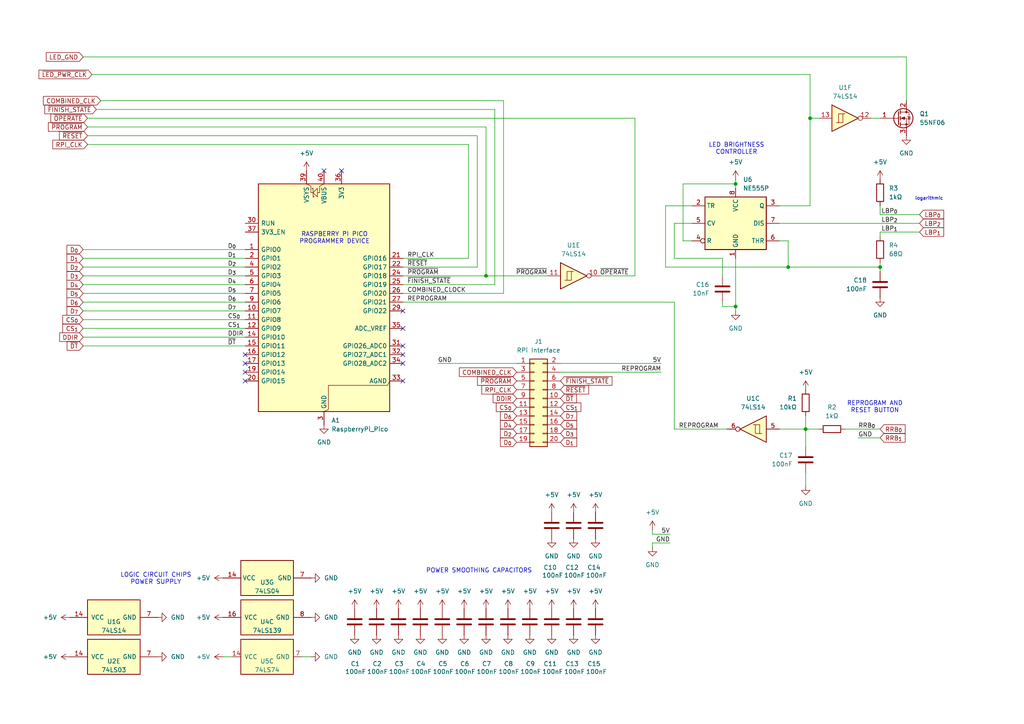
<source format=kicad_sch>
(kicad_sch (version 20250114) (generator "eeschema") (generator_version "9.0")
  (paper "A4")
  (lib_symbols
    (symbol "74xx:74LS03" (pin_names (offset 1.016))
      (property "Reference" "U" (at 0 1.27 0))
      (property "Value" "74LS03" (at 0 -1.27 0))
      (symbol "74LS03_1_1"
        (pin input line (at -7.62 2.54 0) (length 3.81) (name "~") (number "1"))
        (pin input line (at -7.62 -2.54 0) (length 3.81) (name "~") (number "2"))
        (pin open_collector inverted (at 7.62 0 180) (length 3.81) (name "~") (number "3"))
      )
      (symbol "74LS03_1_2"
        (pin input inverted (at -7.62 2.54 0) (length 4.318) (name "~") (number "1"))
        (pin input inverted (at -7.62 -2.54 0) (length 4.318) (name "~") (number "2"))
        (pin open_collector line (at 7.62 0 180) (length 3.81) (name "~") (number "3"))
      )
      (symbol "74LS03_2_1"
        (pin input line (at -7.62 2.54 0) (length 3.81) (name "~") (number "4"))
        (pin input line (at -7.62 -2.54 0) (length 3.81) (name "~") (number "5"))
        (pin open_collector inverted (at 7.62 0 180) (length 3.81) (name "~") (number "6"))
      )
      (symbol "74LS03_2_2"
        (pin input inverted (at -7.62 2.54 0) (length 4.318) (name "~") (number "4"))
        (pin input inverted (at -7.62 -2.54 0) (length 4.318) (name "~") (number "5"))
        (pin open_collector line (at 7.62 0 180) (length 3.81) (name "~") (number "6"))
      )
      (symbol "74LS03_3_1"
        (pin input line (at -7.62 2.54 0) (length 3.81) (name "~") (number "9"))
        (pin input line (at -7.62 -2.54 0) (length 3.81) (name "~") (number "10"))
        (pin open_collector inverted (at 7.62 0 180) (length 3.81) (name "~") (number "8"))
      )
      (symbol "74LS03_3_2"
        (pin input inverted (at -7.62 2.54 0) (length 4.318) (name "~") (number "9"))
        (pin input inverted (at -7.62 -2.54 0) (length 4.318) (name "~") (number "10"))
        (pin open_collector line (at 7.62 0 180) (length 3.81) (name "~") (number "8"))
      )
      (symbol "74LS03_4_1"
        (pin input line (at -7.62 2.54 0) (length 3.81) (name "~") (number "12"))
        (pin input line (at -7.62 -2.54 0) (length 3.81) (name "~") (number "13"))
        (pin open_collector inverted (at 7.62 0 180) (length 3.81) (name "~") (number "11"))
      )
      (symbol "74LS03_4_2"
        (pin input inverted (at -7.62 2.54 0) (length 4.318) (name "~") (number "12"))
        (pin input inverted (at -7.62 -2.54 0) (length 4.318) (name "~") (number "13"))
        (pin open_collector line (at 7.62 0 180) (length 3.81) (name "~") (number "11"))
      )
      (symbol "74LS03_5_0"
        (pin power_in line (at 0 12.7 270) (length 5.08) (name "VCC") (number "14"))
        (pin power_in line (at 0 -12.7 90) (length 5.08) (name "GND") (number "7"))
      )
    )
    (symbol "74xx:74LS04"
      (property "Reference" "U" (at 0 1.27 0))
      (property "Value" "74LS04" (at 0 -1.27 0))
      (symbol "74LS04_1_0"
        (pin input line (at -7.62 0 0) (length 3.81) (name "~") (number "1"))
        (pin output inverted (at 7.62 0 180) (length 3.81) (name "~") (number "2"))
      )
      (symbol "74LS04_2_0"
        (pin input line (at -7.62 0 0) (length 3.81) (name "~") (number "3"))
        (pin output inverted (at 7.62 0 180) (length 3.81) (name "~") (number "4"))
      )
      (symbol "74LS04_3_0"
        (pin input line (at -7.62 0 0) (length 3.81) (name "~") (number "5"))
        (pin output inverted (at 7.62 0 180) (length 3.81) (name "~") (number "6"))
      )
      (symbol "74LS04_4_0"
        (pin input line (at -7.62 0 0) (length 3.81) (name "~") (number "9"))
        (pin output inverted (at 7.62 0 180) (length 3.81) (name "~") (number "8"))
      )
      (symbol "74LS04_5_0"
        (pin input line (at -7.62 0 0) (length 3.81) (name "~") (number "11"))
        (pin output inverted (at 7.62 0 180) (length 3.81) (name "~") (number "10"))
      )
      (symbol "74LS04_6_0"
        (pin input line (at -7.62 0 0) (length 3.81) (name "~") (number "13"))
        (pin output inverted (at 7.62 0 180) (length 3.81) (name "~") (number "12"))
      )
      (symbol "74LS04_7_0"
        (pin power_in line (at 0 12.7 270) (length 5.08) (name "VCC") (number "14"))
        (pin power_in line (at 0 -12.7 90) (length 5.08) (name "GND") (number "7"))
      )
    )
    (symbol "74xx:74LS139" (pin_names (offset 1.016))
      (property "Reference" "U" (at -7.62 8.89 0))
      (property "Value" "74LS139" (at -7.62 -8.89 0))
      (symbol "74LS139_1_0"
        (pin input line (at -12.7 2.54 0) (length 5.08) (name "A1") (number "3"))
        (pin input line (at -12.7 0 0) (length 5.08) (name "A0") (number "2"))
        (pin input inverted (at -12.7 -5.08 0) (length 5.08) (name "E") (number "1"))
        (pin output inverted (at 12.7 2.54 180) (length 5.08) (name "O0") (number "4"))
        (pin output inverted (at 12.7 0 180) (length 5.08) (name "O1") (number "5"))
        (pin output inverted (at 12.7 -2.54 180) (length 5.08) (name "O2") (number "6"))
        (pin output inverted (at 12.7 -5.08 180) (length 5.08) (name "O3") (number "7"))
      )
      (symbol "74LS139_2_0"
        (pin input line (at -12.7 2.54 0) (length 5.08) (name "A1") (number "13"))
        (pin input line (at -12.7 0 0) (length 5.08) (name "A0") (number "14"))
        (pin input inverted (at -12.7 -5.08 0) (length 5.08) (name "E") (number "15"))
        (pin output inverted (at 12.7 2.54 180) (length 5.08) (name "O0") (number "12"))
        (pin output inverted (at 12.7 0 180) (length 5.08) (name "O1") (number "11"))
        (pin output inverted (at 12.7 -2.54 180) (length 5.08) (name "O2") (number "10"))
        (pin output inverted (at 12.7 -5.08 180) (length 5.08) (name "O3") (number "9"))
      )
      (symbol "74LS139_3_0"
        (pin power_in line (at 0 12.7 270) (length 5.08) (name "VCC") (number "16"))
        (pin power_in line (at 0 -12.7 90) (length 5.08) (name "GND") (number "8"))
      )
    )
    (symbol "74xx:74LS14" (pin_names (offset 1.016))
      (property "Reference" "U" (at 0 1.27 0))
      (property "Value" "74LS14" (at 0 -1.27 0))
      (symbol "74LS14_1_0"
        (pin input line (at -7.62 0 0) (length 3.81) (name "~") (number "1"))
        (pin output inverted (at 7.62 0 180) (length 3.81) (name "~") (number "2"))
      )
      (symbol "74LS14_2_0"
        (pin input line (at -7.62 0 0) (length 3.81) (name "~") (number "3"))
        (pin output inverted (at 7.62 0 180) (length 3.81) (name "~") (number "4"))
      )
      (symbol "74LS14_3_0"
        (pin input line (at -7.62 0 0) (length 3.81) (name "~") (number "5"))
        (pin output inverted (at 7.62 0 180) (length 3.81) (name "~") (number "6"))
      )
      (symbol "74LS14_4_0"
        (pin input line (at -7.62 0 0) (length 3.81) (name "~") (number "9"))
        (pin output inverted (at 7.62 0 180) (length 3.81) (name "~") (number "8"))
      )
      (symbol "74LS14_5_0"
        (pin input line (at -7.62 0 0) (length 3.81) (name "~") (number "11"))
        (pin output inverted (at 7.62 0 180) (length 3.81) (name "~") (number "10"))
      )
      (symbol "74LS14_6_0"
        (pin input line (at -7.62 0 0) (length 3.81) (name "~") (number "13"))
        (pin output inverted (at 7.62 0 180) (length 3.81) (name "~") (number "12"))
      )
      (symbol "74LS14_7_0"
        (pin power_in line (at 0 12.7 270) (length 5.08) (name "VCC") (number "14"))
        (pin power_in line (at 0 -12.7 90) (length 5.08) (name "GND") (number "7"))
      )
    )
    (symbol "74xx:74LS74" (pin_names (offset 1.016))
      (property "Reference" "U" (at -7.62 8.89 0))
      (property "Value" "74LS74" (at -7.62 -8.89 0))
      (symbol "74LS74_1_0"
        (pin input line (at -7.62 2.54 0) (length 2.54) (name "D") (number "2"))
        (pin input clock (at -7.62 0 0) (length 2.54) (name "C") (number "3"))
        (pin input line (at 0 7.62 270) (length 2.54) (name "~{S}") (number "4"))
        (pin input line (at 0 -7.62 90) (length 2.54) (name "~{R}") (number "1"))
        (pin output line (at 7.62 2.54 180) (length 2.54) (name "Q") (number "5"))
        (pin output line (at 7.62 -2.54 180) (length 2.54) (name "~{Q}") (number "6"))
      )
      (symbol "74LS74_2_0"
        (pin input line (at -7.62 2.54 0) (length 2.54) (name "D") (number "12"))
        (pin input clock (at -7.62 0 0) (length 2.54) (name "C") (number "11"))
        (pin input line (at 0 7.62 270) (length 2.54) (name "~{S}") (number "10"))
        (pin input line (at 0 -7.62 90) (length 2.54) (name "~{R}") (number "13"))
        (pin output line (at 7.62 2.54 180) (length 2.54) (name "Q") (number "9"))
        (pin output line (at 7.62 -2.54 180) (length 2.54) (name "~{Q}") (number "8"))
      )
      (symbol "74LS74_3_0"
        (pin power_in line (at 0 10.16 270) (length 2.54) (name "VCC") (number "14"))
        (pin power_in line (at 0 -10.16 90) (length 2.54) (name "GND") (number "7"))
      )
    )
    (symbol "Connector_Generic:Conn_02x10_Odd_Even" (pin_names (offset 1.016) (hide yes))
      (property "Reference" "J" (at 1.27 12.7 0))
      (property "Value" "Conn_02x10_Odd_Even" (at 1.27 -15.24 0))
      (symbol "Conn_02x10_Odd_Even_1_1"
        (pin passive line (at -5.08 10.16 0) (length 3.81) (name "Pin_1") (number "1"))
        (pin passive line (at -5.08 7.62 0) (length 3.81) (name "Pin_3") (number "3"))
        (pin passive line (at -5.08 5.08 0) (length 3.81) (name "Pin_5") (number "5"))
        (pin passive line (at -5.08 2.54 0) (length 3.81) (name "Pin_7") (number "7"))
        (pin passive line (at -5.08 0 0) (length 3.81) (name "Pin_9") (number "9"))
        (pin passive line (at -5.08 -2.54 0) (length 3.81) (name "Pin_11") (number "11"))
        (pin passive line (at -5.08 -5.08 0) (length 3.81) (name "Pin_13") (number "13"))
        (pin passive line (at -5.08 -7.62 0) (length 3.81) (name "Pin_15") (number "15"))
        (pin passive line (at -5.08 -10.16 0) (length 3.81) (name "Pin_17") (number "17"))
        (pin passive line (at -5.08 -12.7 0) (length 3.81) (name "Pin_19") (number "19"))
        (pin passive line (at 7.62 10.16 180) (length 3.81) (name "Pin_2") (number "2"))
        (pin passive line (at 7.62 7.62 180) (length 3.81) (name "Pin_4") (number "4"))
        (pin passive line (at 7.62 5.08 180) (length 3.81) (name "Pin_6") (number "6"))
        (pin passive line (at 7.62 2.54 180) (length 3.81) (name "Pin_8") (number "8"))
        (pin passive line (at 7.62 0 180) (length 3.81) (name "Pin_10") (number "10"))
        (pin passive line (at 7.62 -2.54 180) (length 3.81) (name "Pin_12") (number "12"))
        (pin passive line (at 7.62 -5.08 180) (length 3.81) (name "Pin_14") (number "14"))
        (pin passive line (at 7.62 -7.62 180) (length 3.81) (name "Pin_16") (number "16"))
        (pin passive line (at 7.62 -10.16 180) (length 3.81) (name "Pin_18") (number "18"))
        (pin passive line (at 7.62 -12.7 180) (length 3.81) (name "Pin_20") (number "20"))
      )
    )
    (symbol "Device:C" (pin_numbers (hide yes)) (pin_names (offset 0.254))
      (property "Reference" "C" (at 0.635 2.54 0))
      (property "Value" "C" (at 0.635 -2.54 0))
      (symbol "C_1_1"
        (pin passive line (at 0 3.81 270) (length 2.794) (name "~") (number "1"))
        (pin passive line (at 0 -3.81 90) (length 2.794) (name "~") (number "2"))
      )
    )
    (symbol "Device:R" (pin_numbers (hide yes)) (pin_names (offset 0))
      (property "Reference" "R" (at 2.032 0 90))
      (property "Value" "R" (at 0 0 90))
      (symbol "R_1_1"
        (pin passive line (at 0 3.81 270) (length 1.27) (name "~") (number "1"))
        (pin passive line (at 0 -3.81 90) (length 1.27) (name "~") (number "2"))
      )
    )
    (symbol "MCU_Module:RaspberryPi_Pico" (pin_names (offset 0.762))
      (property "Reference" "A" (at -19.05 35.56 0))
      (property "Value" "RaspberryPi_Pico" (at 7.62 35.56 0))
      (symbol "RaspberryPi_Pico_1_1"
        (pin passive line (at -22.86 22.86 0) (length 3.81) (name "RUN") (number "30"))
        (pin passive line (at -22.86 20.32 0) (length 3.81) (name "3V3_EN") (number "37"))
        (pin bidirectional line (at -22.86 15.24 0) (length 3.81) (name "GPIO0") (number "1"))
        (pin bidirectional line (at -22.86 12.7 0) (length 3.81) (name "GPIO1") (number "2"))
        (pin bidirectional line (at -22.86 10.16 0) (length 3.81) (name "GPIO2") (number "4"))
        (pin bidirectional line (at -22.86 7.62 0) (length 3.81) (name "GPIO3") (number "5"))
        (pin bidirectional line (at -22.86 5.08 0) (length 3.81) (name "GPIO4") (number "6"))
        (pin bidirectional line (at -22.86 2.54 0) (length 3.81) (name "GPIO5") (number "7"))
        (pin bidirectional line (at -22.86 0 0) (length 3.81) (name "GPIO6") (number "9"))
        (pin bidirectional line (at -22.86 -2.54 0) (length 3.81) (name "GPIO7") (number "10"))
        (pin bidirectional line (at -22.86 -5.08 0) (length 3.81) (name "GPIO8") (number "11"))
        (pin bidirectional line (at -22.86 -7.62 0) (length 3.81) (name "GPIO9") (number "12"))
        (pin bidirectional line (at -22.86 -10.16 0) (length 3.81) (name "GPIO10") (number "14"))
        (pin bidirectional line (at -22.86 -12.7 0) (length 3.81) (name "GPIO11") (number "15"))
        (pin bidirectional line (at -22.86 -15.24 0) (length 3.81) (name "GPIO12") (number "16"))
        (pin bidirectional line (at -22.86 -17.78 0) (length 3.81) (name "GPIO13") (number "17"))
        (pin bidirectional line (at -22.86 -20.32 0) (length 3.81) (name "GPIO14") (number "19"))
        (pin bidirectional line (at -22.86 -22.86 0) (length 3.81) (name "GPIO15") (number "20"))
        (pin power_in line (at -5.08 38.1 270) (length 3.81) (name "VSYS") (number "39"))
        (pin power_out line (at 0 38.1 270) (length 3.81) (name "VBUS") (number "40"))
        (pin passive line (at 0 -35.56 90) (length 3.81) (hide yes) (name "GND") (number "13"))
        (pin passive line (at 0 -35.56 90) (length 3.81) (hide yes) (name "GND") (number "18"))
        (pin passive line (at 0 -35.56 90) (length 3.81) (hide yes) (name "GND") (number "23"))
        (pin passive line (at 0 -35.56 90) (length 3.81) (hide yes) (name "GND") (number "28"))
        (pin power_out line (at 0 -35.56 90) (length 3.81) (name "GND") (number "3"))
        (pin passive line (at 0 -35.56 90) (length 3.81) (hide yes) (name "GND") (number "38"))
        (pin passive line (at 0 -35.56 90) (length 3.81) (hide yes) (name "GND") (number "8"))
        (pin power_out line (at 5.08 38.1 270) (length 3.81) (name "3V3") (number "36"))
        (pin bidirectional line (at 22.86 12.7 180) (length 3.81) (name "GPIO16") (number "21"))
        (pin bidirectional line (at 22.86 10.16 180) (length 3.81) (name "GPIO17") (number "22"))
        (pin bidirectional line (at 22.86 7.62 180) (length 3.81) (name "GPIO18") (number "24"))
        (pin bidirectional line (at 22.86 5.08 180) (length 3.81) (name "GPIO19") (number "25"))
        (pin bidirectional line (at 22.86 2.54 180) (length 3.81) (name "GPIO20") (number "26"))
        (pin bidirectional line (at 22.86 0 180) (length 3.81) (name "GPIO21") (number "27"))
        (pin bidirectional line (at 22.86 -2.54 180) (length 3.81) (name "GPIO22") (number "29"))
        (pin power_in line (at 22.86 -7.62 180) (length 3.81) (name "ADC_VREF") (number "35"))
        (pin bidirectional line (at 22.86 -12.7 180) (length 3.81) (name "GPIO26_ADC0") (number "31"))
        (pin bidirectional line (at 22.86 -15.24 180) (length 3.81) (name "GPIO27_ADC1") (number "32"))
        (pin bidirectional line (at 22.86 -17.78 180) (length 3.81) (name "GPIO28_ADC2") (number "34"))
        (pin power_out line (at 22.86 -22.86 180) (length 3.81) (name "AGND") (number "33"))
      )
    )
    (symbol "Timer:NE555P"
      (property "Reference" "U" (at -10.16 8.89 0))
      (property "Value" "NE555P" (at 2.54 8.89 0))
      (symbol "NE555P_0_0"
        (pin power_in line (at 0 10.16 270) (length 2.54) (name "VCC") (number "8"))
        (pin power_in line (at 0 -10.16 90) (length 2.54) (name "GND") (number "1"))
      )
      (symbol "NE555P_1_1"
        (pin input line (at -12.7 5.08 0) (length 3.81) (name "TR") (number "2"))
        (pin input line (at -12.7 0 0) (length 3.81) (name "CV") (number "5"))
        (pin input inverted (at -12.7 -5.08 0) (length 3.81) (name "R") (number "4"))
        (pin output line (at 12.7 5.08 180) (length 3.81) (name "Q") (number "3"))
        (pin input line (at 12.7 0 180) (length 3.81) (name "DIS") (number "7"))
        (pin input line (at 12.7 -5.08 180) (length 3.81) (name "THR") (number "6"))
      )
    )
    (symbol "Transistor_FET:BSP89" (pin_names (hide yes))
      (property "Reference" "Q" (at 5.08 1.905 0))
      (property "Value" "BSP89" (at 5.08 0 0))
      (symbol "BSP89_1_1"
        (pin input line (at -5.08 0 0) (length 2.54) (name "G") (number "1"))
        (pin passive line (at 2.54 5.08 270) (length 2.54) (name "D") (number "2"))
        (pin passive line (at 2.54 -5.08 90) (length 2.54) (name "S") (number "3"))
      )
    )
    (symbol "power:+5V" (power) (pin_numbers (hide yes)) (pin_names (offset 0) (hide yes))
      (property "Value" "+5V" (at 0 3.556 0))
      (symbol "+5V_1_1"
        (pin power_in line (at 0 0 90) (length 0) (name "~") (number "1"))
      )
    )
    (symbol "power:GND" (power) (pin_numbers (hide yes)) (pin_names (offset 0) (hide yes))
      (property "Value" "GND" (at 0 -3.81 0))
      (symbol "GND_1_1"
        (pin power_in line (at 0 0 270) (length 0) (name "~") (number "1"))
      )
    )
  )
  (text "RASPBERRY PI PICO\nPROGRAMMER DEVICE" (at 97.028 69.088 0) (effects (font (size 1.27 1.27))))
  (text "LOGIC CIRCUIT CHIPS\nPOWER SUPPLY" (at 45.212 167.894 0) (effects (font (size 1.27 1.27))))
  (text "REPROGRAM AND\nRESET BUTTON" (at 253.746 118.11 0) (effects (font (size 1.27 1.27))))
  (text "POWER SMOOTHING CAPACITORS" (at 138.938 165.608 0) (effects (font (size 1.27 1.27))))
  (text "logarithmic" (at 269.494 57.658 0) (effects (font (size 0.9525 0.9525))))
  (text "LED BRIGHTNESS\nCONTROLLER" (at 213.614 43.18 0) (effects (font (size 1.27 1.27))))
  (junction (at 213.36 88.9))
  (junction (at 233.68 124.46))
  (junction (at 255.27 77.47))
  (junction (at 228.6 77.47))
  (junction (at 140.97 80.01))
  (junction (at 234.95 34.29))
  (junction (at 213.36 53.34))
  (no_connect (at 116.84 90.17))
  (no_connect (at 344.17 153.67))
  (no_connect (at 116.84 105.41))
  (no_connect (at 71.12 102.87))
  (no_connect (at 116.84 110.49))
  (no_connect (at 71.12 107.95))
  (no_connect (at 116.84 100.33))
  (no_connect (at 71.12 110.49))
  (no_connect (at 71.12 105.41))
  (no_connect (at 99.06 49.53))
  (no_connect (at 344.17 151.13))
  (no_connect (at 116.84 95.25))
  (no_connect (at 344.17 158.75))
  (no_connect (at 344.17 156.21))
  (no_connect (at 93.98 49.53))
  (no_connect (at 116.84 102.87))
  (wire (pts (xy 234.95 34.29) (xy 237.49 34.29)))
  (wire (pts (xy 116.84 82.55) (xy 143.51 82.55)))
  (wire (pts (xy 26.67 21.59) (xy 234.95 21.59)))
  (wire (pts (xy 255.27 59.69) (xy 255.27 62.23)))
  (wire (pts (xy 173.99 80.01) (xy 184.15 80.01)))
  (wire (pts (xy 255.27 77.47) (xy 255.27 78.74)))
  (wire (pts (xy 189.23 153.67) (xy 189.23 154.94)))
  (wire (pts (xy 228.6 69.85) (xy 226.06 69.85)))
  (wire (pts (xy 24.13 95.25) (xy 71.12 95.25)))
  (wire (pts (xy 24.13 87.63) (xy 71.12 87.63)))
  (wire (pts (xy 135.89 41.91) (xy 135.89 74.93)))
  (wire (pts (xy 189.23 154.94) (xy 194.31 154.94)))
  (wire (pts (xy 233.68 137.16) (xy 233.68 140.97)))
  (wire (pts (xy 200.66 69.85) (xy 198.12 69.85)))
  (wire (pts (xy 318.77 158.75) (xy 313.69 158.75)))
  (wire (pts (xy 226.06 64.77) (xy 266.7 64.77)))
  (wire (pts (xy 184.15 34.29) (xy 184.15 80.01)))
  (wire (pts (xy 213.36 52.07) (xy 213.36 53.34)))
  (wire (pts (xy 198.12 69.85) (xy 198.12 53.34)))
  (wire (pts (xy 138.43 77.47) (xy 138.43 39.37)))
  (wire (pts (xy 198.12 53.34) (xy 213.36 53.34)))
  (wire (pts (xy 189.23 157.48) (xy 189.23 158.75)))
  (wire (pts (xy 193.04 77.47) (xy 228.6 77.47)))
  (wire (pts (xy 255.27 62.23) (xy 266.7 62.23)))
  (wire (pts (xy 228.6 77.47) (xy 255.27 77.47)))
  (wire (pts (xy 24.13 77.47) (xy 71.12 77.47)))
  (wire (pts (xy 162.56 105.41) (xy 191.77 105.41)))
  (wire (pts (xy 64.77 190.5) (xy 67.31 190.5)))
  (wire (pts (xy 213.36 88.9) (xy 213.36 74.93)))
  (wire (pts (xy 25.4 36.83) (xy 140.97 36.83)))
  (wire (pts (xy 140.97 80.01) (xy 158.75 80.01)))
  (wire (pts (xy 255.27 124.46) (xy 245.11 124.46)))
  (wire (pts (xy 200.66 64.77) (xy 195.58 64.77)))
  (wire (pts (xy 213.36 53.34) (xy 213.36 54.61)))
  (wire (pts (xy 24.13 82.55) (xy 71.12 82.55)))
  (wire (pts (xy 233.68 124.46) (xy 233.68 129.54)))
  (wire (pts (xy 116.84 74.93) (xy 135.89 74.93)))
  (wire (pts (xy 24.13 74.93) (xy 71.12 74.93)))
  (wire (pts (xy 143.51 31.75) (xy 143.51 82.55)))
  (wire (pts (xy 162.56 107.95) (xy 191.77 107.95)))
  (wire (pts (xy 24.13 90.17) (xy 71.12 90.17)))
  (wire (pts (xy 318.77 151.13) (xy 313.69 151.13)))
  (wire (pts (xy 24.13 100.33) (xy 71.12 100.33)))
  (wire (pts (xy 24.13 80.01) (xy 71.12 80.01)))
  (wire (pts (xy 255.27 127) (xy 248.92 127)))
  (wire (pts (xy 24.13 85.09) (xy 71.12 85.09)))
  (wire (pts (xy 195.58 64.77) (xy 195.58 74.93)))
  (wire (pts (xy 234.95 59.69) (xy 234.95 34.29)))
  (wire (pts (xy 24.13 72.39) (xy 71.12 72.39)))
  (wire (pts (xy 116.84 77.47) (xy 138.43 77.47)))
  (wire (pts (xy 226.06 59.69) (xy 234.95 59.69)))
  (wire (pts (xy 195.58 87.63) (xy 195.58 124.46)))
  (wire (pts (xy 116.84 80.01) (xy 140.97 80.01)))
  (wire (pts (xy 189.23 157.48) (xy 194.31 157.48)))
  (wire (pts (xy 213.36 90.17) (xy 213.36 88.9)))
  (wire (pts (xy 237.49 124.46) (xy 233.68 124.46)))
  (wire (pts (xy 24.13 92.71) (xy 71.12 92.71)))
  (wire (pts (xy 27.94 31.75) (xy 143.51 31.75)))
  (wire (pts (xy 25.4 34.29) (xy 184.15 34.29)))
  (wire (pts (xy 116.84 85.09) (xy 146.05 85.09)))
  (wire (pts (xy 195.58 124.46) (xy 210.82 124.46)))
  (wire (pts (xy 262.89 16.51) (xy 262.89 29.21)))
  (wire (pts (xy 255.27 76.2) (xy 255.27 77.47)))
  (wire (pts (xy 24.13 97.79) (xy 71.12 97.79)))
  (wire (pts (xy 209.55 87.63) (xy 209.55 88.9)))
  (wire (pts (xy 146.05 29.21) (xy 146.05 85.09)))
  (wire (pts (xy 233.68 124.46) (xy 226.06 124.46)))
  (wire (pts (xy 233.68 120.65) (xy 233.68 124.46)))
  (wire (pts (xy 255.27 67.31) (xy 266.7 67.31)))
  (wire (pts (xy 127 105.41) (xy 149.86 105.41)))
  (wire (pts (xy 252.73 34.29) (xy 255.27 34.29)))
  (wire (pts (xy 318.77 153.67) (xy 313.69 153.67)))
  (wire (pts (xy 228.6 77.47) (xy 228.6 69.85)))
  (wire (pts (xy 200.66 59.69) (xy 193.04 59.69)))
  (wire (pts (xy 140.97 36.83) (xy 140.97 80.01)))
  (wire (pts (xy 234.95 21.59) (xy 234.95 34.29)))
  (wire (pts (xy 255.27 68.58) (xy 255.27 67.31)))
  (wire (pts (xy 116.84 87.63) (xy 195.58 87.63)))
  (wire (pts (xy 209.55 80.01) (xy 209.55 74.93)))
  (wire (pts (xy 87.63 190.5) (xy 90.17 190.5)))
  (wire (pts (xy 29.21 29.21) (xy 146.05 29.21)))
  (wire (pts (xy 209.55 88.9) (xy 213.36 88.9)))
  (wire (pts (xy 24.13 16.51) (xy 262.89 16.51)))
  (wire (pts (xy 195.58 74.93) (xy 209.55 74.93)))
  (wire (pts (xy 25.4 41.91) (xy 135.89 41.91)))
  (wire (pts (xy 193.04 59.69) (xy 193.04 77.47)))
  (wire (pts (xy 25.4 39.37) (xy 138.43 39.37)))
  (label "RPI_CLK" (at 118.11 74.93 0))
  (label "5V" (at 194.31 154.94 180))
  (label "REPROGRAM" (at 118.11 87.63 0))
  (label "REPROGRAM" (at 191.77 107.95 180))
  (label "~{PROGRAM}" (at 158.75 80.01 180))
  (label "5V" (at 313.69 151.13 0))
  (label "~{OPERATE}" (at 173.99 80.01 0))
  (label "5V" (at 191.77 105.41 180))
  (label "~{DT}" (at 66.04 100.33 0))
  (label "5V" (at 313.69 158.75 0))
  (label "D_{5}" (at 66.04 85.09 0))
  (label "LBP_{1}" (at 260.35 67.31 180))
  (label "D_{3}" (at 66.04 80.01 0))
  (label "COMBINED_CLOCK" (at 118.11 85.09 0))
  (label "~{RESET}" (at 118.11 77.47 0))
  (label "REPROGRAM" (at 196.85 124.46 0))
  (label "D_{0}" (at 66.04 72.39 0))
  (label "CS_{1}" (at 66.04 95.25 0))
  (label "D_{6}" (at 66.04 87.63 0))
  (label "DDIR" (at 66.04 97.79 0))
  (label "~{FINISH_STATE}" (at 118.11 82.55 0))
  (label "CS_{0}" (at 66.04 92.71 0))
  (label "5V" (at 313.69 153.67 0))
  (label "D_{4}" (at 66.04 82.55 0))
  (label "D_{2}" (at 66.04 77.47 0))
  (label "GND" (at 194.31 157.48 180))
  (label "RRB_{0}" (at 248.92 124.46 0))
  (label "GND" (at 248.92 127 0))
  (label "D_{7}" (at 66.04 90.17 0))
  (label "LBP_{2}" (at 260.35 64.77 180))
  (label "LBP_{0}" (at 260.35 62.23 180))
  (label "D_{1}" (at 66.04 74.93 0))
  (label "GND" (at 127 105.41 0))
  (label "~{PROGRAM}" (at 118.11 80.01 0))
  (global_label "COMBINED_CLK" (shape input) (at 149.86 107.95 180) (property "Intersheetrefs" "${INTERSHEET_REFS}" (effects (hide yes))))
  (global_label "~{DT}" (shape input) (at 162.56 115.57 0) (property "Intersheetrefs" "${INTERSHEET_REFS}" (effects (hide yes))))
  (global_label "~{PROGRAM}" (shape input) (at 25.4 36.83 180) (property "Intersheetrefs" "${INTERSHEET_REFS}" (effects (hide yes))))
  (global_label "~{LED_PWR_CLK}" (shape input) (at 26.67 21.59 180) (property "Intersheetrefs" "${INTERSHEET_REFS}" (effects (hide yes))))
  (global_label "~{FINISH_STATE}" (shape input) (at 162.56 110.49 0) (property "Intersheetrefs" "${INTERSHEET_REFS}" (effects (hide yes))))
  (global_label "DDIR" (shape input) (at 24.13 97.79 180) (property "Intersheetrefs" "${INTERSHEET_REFS}" (effects (hide yes))))
  (global_label "D_{7}" (shape input) (at 24.13 90.17 180) (property "Intersheetrefs" "${INTERSHEET_REFS}" (effects (hide yes))))
  (global_label "D_{5}" (shape input) (at 24.13 85.09 180) (property "Intersheetrefs" "${INTERSHEET_REFS}" (effects (hide yes))))
  (global_label "D_{0}" (shape input) (at 149.86 128.27 180) (property "Intersheetrefs" "${INTERSHEET_REFS}" (effects (hide yes))))
  (global_label "LED_GND" (shape input) (at 24.13 16.51 180) (property "Intersheetrefs" "${INTERSHEET_REFS}" (effects (hide yes))))
  (global_label "RPI_CLK" (shape input) (at 25.4 41.91 180) (property "Intersheetrefs" "${INTERSHEET_REFS}" (effects (hide yes))))
  (global_label "~{RESET}" (shape input) (at 25.4 39.37 180) (property "Intersheetrefs" "${INTERSHEET_REFS}" (effects (hide yes))))
  (global_label "D_{0}" (shape input) (at 24.13 72.39 180) (property "Intersheetrefs" "${INTERSHEET_REFS}" (effects (hide yes))))
  (global_label "LBP_{1}" (shape input) (at 266.7 67.31 0) (property "Intersheetrefs" "${INTERSHEET_REFS}" (effects (hide yes))))
  (global_label "D_{2}" (shape input) (at 24.13 77.47 180) (property "Intersheetrefs" "${INTERSHEET_REFS}" (effects (hide yes))))
  (global_label "D_{3}" (shape input) (at 24.13 80.01 180) (property "Intersheetrefs" "${INTERSHEET_REFS}" (effects (hide yes))))
  (global_label "CS_{1}" (shape input) (at 162.56 118.11 0) (property "Intersheetrefs" "${INTERSHEET_REFS}" (effects (hide yes))))
  (global_label "D_{4}" (shape input) (at 24.13 82.55 180) (property "Intersheetrefs" "${INTERSHEET_REFS}" (effects (hide yes))))
  (global_label "D_{3}" (shape input) (at 162.56 125.73 0) (property "Intersheetrefs" "${INTERSHEET_REFS}" (effects (hide yes))))
  (global_label "D_{2}" (shape input) (at 149.86 125.73 180) (property "Intersheetrefs" "${INTERSHEET_REFS}" (effects (hide yes))))
  (global_label "~{OPERATE}" (shape input) (at 25.4 34.29 180) (property "Intersheetrefs" "${INTERSHEET_REFS}" (effects (hide yes))))
  (global_label "~{RESET}" (shape input) (at 162.56 113.03 0) (property "Intersheetrefs" "${INTERSHEET_REFS}" (effects (hide yes))))
  (global_label "~{PROGRAM}" (shape input) (at 149.86 110.49 180) (property "Intersheetrefs" "${INTERSHEET_REFS}" (effects (hide yes))))
  (global_label "~{FINISH_STATE}" (shape input) (at 27.94 31.75 180) (property "Intersheetrefs" "${INTERSHEET_REFS}" (effects (hide yes))))
  (global_label "~{DT}" (shape input) (at 24.13 100.33 180) (property "Intersheetrefs" "${INTERSHEET_REFS}" (effects (hide yes))))
  (global_label "D_{6}" (shape input) (at 24.13 87.63 180) (property "Intersheetrefs" "${INTERSHEET_REFS}" (effects (hide yes))))
  (global_label "RRB_{0}" (shape input) (at 255.27 124.46 0) (property "Intersheetrefs" "${INTERSHEET_REFS}" (effects (hide yes))))
  (global_label "LBP_{0}" (shape input) (at 266.7 62.23 0) (property "Intersheetrefs" "${INTERSHEET_REFS}" (effects (hide yes))))
  (global_label "LBP_{2}" (shape input) (at 266.7 64.77 0) (property "Intersheetrefs" "${INTERSHEET_REFS}" (effects (hide yes))))
  (global_label "RRB_{1}" (shape input) (at 255.27 127 0) (property "Intersheetrefs" "${INTERSHEET_REFS}" (effects (hide yes))))
  (global_label "D_{4}" (shape input) (at 149.86 123.19 180) (property "Intersheetrefs" "${INTERSHEET_REFS}" (effects (hide yes))))
  (global_label "D_{6}" (shape input) (at 149.86 120.65 180) (property "Intersheetrefs" "${INTERSHEET_REFS}" (effects (hide yes))))
  (global_label "CS_{0}" (shape input) (at 24.13 92.71 180) (property "Intersheetrefs" "${INTERSHEET_REFS}" (effects (hide yes))))
  (global_label "CS_{0}" (shape input) (at 149.86 118.11 180) (property "Intersheetrefs" "${INTERSHEET_REFS}" (effects (hide yes))))
  (global_label "RPI_CLK" (shape input) (at 149.86 113.03 180) (property "Intersheetrefs" "${INTERSHEET_REFS}" (effects (hide yes))))
  (global_label "COMBINED_CLK" (shape input) (at 29.21 29.21 180) (property "Intersheetrefs" "${INTERSHEET_REFS}" (effects (hide yes))))
  (global_label "D_{7}" (shape input) (at 162.56 120.65 0) (property "Intersheetrefs" "${INTERSHEET_REFS}" (effects (hide yes))))
  (global_label "CS_{1}" (shape input) (at 24.13 95.25 180) (property "Intersheetrefs" "${INTERSHEET_REFS}" (effects (hide yes))))
  (global_label "D_{5}" (shape input) (at 162.56 123.19 0) (property "Intersheetrefs" "${INTERSHEET_REFS}" (effects (hide yes))))
  (global_label "D_{1}" (shape input) (at 24.13 74.93 180) (property "Intersheetrefs" "${INTERSHEET_REFS}" (effects (hide yes))))
  (global_label "D_{1}" (shape input) (at 162.56 128.27 0) (property "Intersheetrefs" "${INTERSHEET_REFS}" (effects (hide yes))))
  (global_label "DDIR" (shape input) (at 149.86 115.57 180) (property "Intersheetrefs" "${INTERSHEET_REFS}" (effects (hide yes))))
  (symbol (lib_id "Device:C") (at 233.68 133.35 0) (mirror y) (unit 1)
    (property "Reference" "C17" (at 229.87 132.0799 0) (effects (justify left)))
    (property "Value" "100nF" (at 229.87 134.6199 0) (effects (justify left)))
    (property "Footprint" "Capacitor_THT:C_Disc_D3.8mm_W2.6mm_P2.50mm" (effects (hide yes)))
    (property "Description" "Unpolarized capacitor" (effects (hide yes)))
  )
  (symbol (lib_id "Device:R") (at 255.27 55.88 0) (unit 1)
    (property "Reference" "R3" (at 257.81 54.6099 0) (effects (justify left)))
    (property "Value" "1kΩ" (at 257.81 57.1499 0) (effects (justify left)))
    (property "Footprint" "Resistor_THT:R_Axial_DIN0207_L6.3mm_D2.5mm_P10.16mm_Horizontal" (effects (hide yes)))
    (property "Description" "Resistor" (effects (hide yes)))
  )
  (symbol (lib_id "power:GND") (at 233.68 140.97 0) (mirror y) (unit 1)
    (property "Reference" "#PWR048" (effects (hide yes)))
    (property "Value" "GND" (at 233.68 146.05 0))
    (property "Description" "Power symbol creates a global label with name \"GND\" , ground" (effects (hide yes)))
  )
  (symbol (lib_id "Device:C") (at 115.57 180.34 0) (mirror y) (unit 1)
    (property "Reference" "C3" (at 117.094 192.532 0) (effects (justify left)))
    (property "Value" "100nF" (at 118.872 194.818 0) (effects (justify left)))
    (property "Footprint" "Capacitor_THT:C_Disc_D3.8mm_W2.6mm_P2.50mm" (effects (hide yes)))
    (property "Description" "Unpolarized capacitor" (effects (hide yes)))
  )
  (symbol (lib_id "power:GND") (at 255.27 86.36 0) (unit 1)
    (property "Reference" "#PWR050" (effects (hide yes)))
    (property "Value" "GND" (at 255.27 91.44 0))
    (property "Description" "Power symbol creates a global label with name \"GND\" , ground" (effects (hide yes)))
  )
  (symbol (lib_id "MCU_Module:RaspberryPi_Pico") (at 93.98 87.63 0) (unit 1)
    (property "Reference" "A1" (at 96.1233 121.92 0) (effects (justify left)))
    (property "Value" "RaspberryPi_Pico" (at 96.1233 124.46 0) (effects (justify left)))
    (property "Footprint" "Module:RaspberryPi_Pico_Common_THT" (effects (hide yes)))
    (property "Datasheet" "https://datasheets.raspberrypi.com/pico/pico-datasheet.pdf" (effects (hide yes)))
    (property "Description" "Versatile and inexpensive microcontroller module powered by RP2040 dual-core Arm Cortex-M0+ processor up to 133 MHz, 264kB SRAM, 2MB QSPI flash; also supports Raspberry Pi Pico 2" (effects (hide yes)))
  )
  (symbol (lib_id "power:+5V") (at 88.9 49.53 0) (unit 1)
    (property "Reference" "#PWR08" (effects (hide yes)))
    (property "Value" "+5V" (at 88.9 44.45 0))
    (property "Description" "Power symbol creates a global label with name \"+5V\"" (effects (hide yes)))
  )
  (symbol (lib_id "power:GND") (at 90.17 167.64 90) (unit 1)
    (property "Reference" "#PWR09" (effects (hide yes)))
    (property "Value" "GND" (at 93.98 167.6399 90) (effects (justify right)))
    (property "Description" "Power symbol creates a global label with name \"GND\" , ground" (effects (hide yes)))
  )
  (symbol (lib_id "Device:C") (at 128.27 180.34 0) (mirror y) (unit 1)
    (property "Reference" "C5" (at 129.794 192.532 0) (effects (justify left)))
    (property "Value" "100nF" (at 131.572 194.818 0) (effects (justify left)))
    (property "Footprint" "Capacitor_THT:C_Disc_D3.8mm_W2.6mm_P2.50mm" (effects (hide yes)))
    (property "Description" "Unpolarized capacitor" (effects (hide yes)))
  )
  (symbol (lib_id "power:GND") (at 90.17 179.07 90) (unit 1)
    (property "Reference" "#PWR010" (effects (hide yes)))
    (property "Value" "GND" (at 93.98 179.0699 90) (effects (justify right)))
    (property "Description" "Power symbol creates a global label with name \"GND\" , ground" (effects (hide yes)))
  )
  (symbol (lib_id "power:+5V") (at 140.97 176.53 0) (unit 1)
    (property "Reference" "#PWR025" (effects (hide yes)))
    (property "Value" "+5V" (at 140.97 171.45 0))
    (property "Description" "Power symbol creates a global label with name \"+5V\"" (effects (hide yes)))
  )
  (symbol (lib_id "74xx:74LS14") (at 33.02 179.07 90) (unit 7)
    (property "Reference" "U1" (at 33.02 180.34 90))
    (property "Value" "74LS14" (at 33.02 182.88 90))
    (property "Footprint" "Package_DIP:DIP-14_W7.62mm" (effects (hide yes)))
    (property "Datasheet" "http://www.ti.com/lit/gpn/sn74LS14" (effects (hide yes)))
    (property "Description" "Hex inverter schmitt trigger" (effects (hide yes)))
  )
  (symbol (lib_id "power:+5V") (at 160.02 176.53 0) (unit 1)
    (property "Reference" "#PWR033" (effects (hide yes)))
    (property "Value" "+5V" (at 160.02 171.45 0))
    (property "Description" "Power symbol creates a global label with name \"+5V\"" (effects (hide yes)))
  )
  (symbol (lib_id "74xx:74LS14") (at 245.11 34.29 0) (unit 6)
    (property "Reference" "U1" (at 245.11 25.4 0))
    (property "Value" "74LS14" (at 245.11 27.94 0))
    (property "Footprint" "Package_DIP:DIP-14_W7.62mm" (effects (hide yes)))
    (property "Datasheet" "http://www.ti.com/lit/gpn/sn74LS14" (effects (hide yes)))
    (property "Description" "Hex inverter schmitt trigger" (effects (hide yes)))
  )
  (symbol (lib_id "74xx:74LS03") (at 33.02 190.5 90) (unit 5)
    (property "Reference" "U2" (at 33.02 191.77 90))
    (property "Value" "74LS03" (at 33.02 194.31 90))
    (property "Footprint" "Package_DIP:DIP-14_W7.62mm" (effects (hide yes)))
    (property "Datasheet" "http://www.ti.com/lit/gpn/sn74LS03" (effects (hide yes)))
    (property "Description" "Quad 2-input NAND open collector" (effects (hide yes)))
  )
  (symbol (lib_id "power:GND") (at 140.97 184.15 0) (unit 1)
    (property "Reference" "#PWR026" (effects (hide yes)))
    (property "Value" "GND" (at 140.97 189.23 0))
    (property "Description" "Power symbol creates a global label with name \"GND\" , ground" (effects (hide yes)))
  )
  (symbol (lib_id "power:GND") (at 115.57 184.15 0) (unit 1)
    (property "Reference" "#PWR018" (effects (hide yes)))
    (property "Value" "GND" (at 115.57 189.23 0))
    (property "Description" "Power symbol creates a global label with name \"GND\" , ground" (effects (hide yes)))
  )
  (symbol (lib_id "power:GND") (at 160.02 156.21 0) (unit 1)
    (property "Reference" "#PWR032" (effects (hide yes)))
    (property "Value" "GND" (at 160.02 161.29 0))
    (property "Description" "Power symbol creates a global label with name \"GND\" , ground" (effects (hide yes)))
  )
  (symbol (lib_id "power:GND") (at 153.67 184.15 0) (unit 1)
    (property "Reference" "#PWR030" (effects (hide yes)))
    (property "Value" "GND" (at 153.67 189.23 0))
    (property "Description" "Power symbol creates a global label with name \"GND\" , ground" (effects (hide yes)))
  )
  (symbol (lib_id "power:+5V") (at 153.67 176.53 0) (unit 1)
    (property "Reference" "#PWR029" (effects (hide yes)))
    (property "Value" "+5V" (at 153.67 171.45 0))
    (property "Description" "Power symbol creates a global label with name \"+5V\"" (effects (hide yes)))
  )
  (symbol (lib_id "74xx:74LS14") (at 218.44 124.46 0) (mirror y) (unit 3)
    (property "Reference" "U1" (at 218.44 115.57 0))
    (property "Value" "74LS14" (at 218.44 118.11 0))
    (property "Footprint" "Package_DIP:DIP-14_W7.62mm" (effects (hide yes)))
    (property "Datasheet" "http://www.ti.com/lit/gpn/sn74LS14" (effects (hide yes)))
    (property "Description" "Hex inverter schmitt trigger" (effects (hide yes)))
  )
  (symbol (lib_id "power:+5V") (at 121.92 176.53 0) (unit 1)
    (property "Reference" "#PWR019" (effects (hide yes)))
    (property "Value" "+5V" (at 121.92 171.45 0))
    (property "Description" "Power symbol creates a global label with name \"+5V\"" (effects (hide yes)))
  )
  (symbol (lib_id "Device:C") (at 209.55 83.82 0) (mirror y) (unit 1)
    (property "Reference" "C16" (at 205.74 82.5499 0) (effects (justify left)))
    (property "Value" "10nF" (at 205.74 85.0899 0) (effects (justify left)))
    (property "Footprint" "Capacitor_THT:C_Disc_D5.1mm_W3.2mm_P5.00mm" (effects (hide yes)))
    (property "Description" "Unpolarized capacitor" (effects (hide yes)))
  )
  (symbol (lib_id "power:GND") (at 189.23 158.75 0) (unit 1)
    (property "Reference" "#PWR044" (effects (hide yes)))
    (property "Value" "GND" (at 189.23 163.83 0))
    (property "Description" "Power symbol creates a global label with name \"GND\" , ground" (effects (hide yes)))
  )
  (symbol (lib_id "power:+5V") (at 64.77 167.64 90) (unit 1)
    (property "Reference" "#PWR05" (effects (hide yes)))
    (property "Value" "+5V" (at 60.96 167.6399 90) (effects (justify left)))
    (property "Description" "Power symbol creates a global label with name \"+5V\"" (effects (hide yes)))
  )
  (symbol (lib_id "power:+5V") (at 64.77 179.07 90) (unit 1)
    (property "Reference" "#PWR06" (effects (hide yes)))
    (property "Value" "+5V" (at 60.96 179.0699 90) (effects (justify left)))
    (property "Description" "Power symbol creates a global label with name \"+5V\"" (effects (hide yes)))
  )
  (symbol (lib_id "power:GND") (at 166.37 156.21 0) (unit 1)
    (property "Reference" "#PWR036" (effects (hide yes)))
    (property "Value" "GND" (at 166.37 161.29 0))
    (property "Description" "Power symbol creates a global label with name \"GND\" , ground" (effects (hide yes)))
  )
  (symbol (lib_id "power:GND") (at 134.62 184.15 0) (unit 1)
    (property "Reference" "#PWR024" (effects (hide yes)))
    (property "Value" "GND" (at 134.62 189.23 0))
    (property "Description" "Power symbol creates a global label with name \"GND\" , ground" (effects (hide yes)))
  )
  (symbol (lib_id "Device:C") (at 153.67 180.34 0) (mirror y) (unit 1)
    (property "Reference" "C9" (at 155.194 192.532 0) (effects (justify left)))
    (property "Value" "100nF" (at 156.972 194.818 0) (effects (justify left)))
    (property "Footprint" "Capacitor_THT:C_Disc_D3.8mm_W2.6mm_P2.50mm" (effects (hide yes)))
    (property "Description" "Unpolarized capacitor" (effects (hide yes)))
  )
  (symbol (lib_id "Device:C") (at 109.22 180.34 0) (mirror y) (unit 1)
    (property "Reference" "C2" (at 110.744 192.532 0) (effects (justify left)))
    (property "Value" "100nF" (at 112.522 194.818 0) (effects (justify left)))
    (property "Footprint" "Capacitor_THT:C_Disc_D3.8mm_W2.6mm_P2.50mm" (effects (hide yes)))
    (property "Description" "Unpolarized capacitor" (effects (hide yes)))
  )
  (symbol (lib_id "power:GND") (at 93.98 123.19 0) (unit 1)
    (property "Reference" "#PWR012" (effects (hide yes)))
    (property "Value" "GND" (at 93.98 128.27 0))
    (property "Description" "Power symbol creates a global label with name \"GND\" , ground" (effects (hide yes)))
  )
  (symbol (lib_id "power:+5V") (at 20.32 190.5 90) (unit 1)
    (property "Reference" "#PWR02" (effects (hide yes)))
    (property "Value" "+5V" (at 16.51 190.4999 90) (effects (justify left)))
    (property "Description" "Power symbol creates a global label with name \"+5V\"" (effects (hide yes)))
  )
  (symbol (lib_id "power:GND") (at 121.92 184.15 0) (unit 1)
    (property "Reference" "#PWR020" (effects (hide yes)))
    (property "Value" "GND" (at 121.92 189.23 0))
    (property "Description" "Power symbol creates a global label with name \"GND\" , ground" (effects (hide yes)))
  )
  (symbol (lib_id "power:+5V") (at 64.77 190.5 90) (unit 1)
    (property "Reference" "#PWR07" (effects (hide yes)))
    (property "Value" "+5V" (at 60.96 190.4999 90) (effects (justify left)))
    (property "Description" "Power symbol creates a global label with name \"+5V\"" (effects (hide yes)))
  )
  (symbol (lib_id "power:+5V") (at 128.27 176.53 0) (unit 1)
    (property "Reference" "#PWR021" (effects (hide yes)))
    (property "Value" "+5V" (at 128.27 171.45 0))
    (property "Description" "Power symbol creates a global label with name \"+5V\"" (effects (hide yes)))
  )
  (symbol (lib_id "power:GND") (at 172.72 184.15 0) (unit 1)
    (property "Reference" "#PWR042" (effects (hide yes)))
    (property "Value" "GND" (at 172.72 189.23 0))
    (property "Description" "Power symbol creates a global label with name \"GND\" , ground" (effects (hide yes)))
  )
  (symbol (lib_id "power:+5V") (at 109.22 176.53 0) (unit 1)
    (property "Reference" "#PWR015" (effects (hide yes)))
    (property "Value" "+5V" (at 109.22 171.45 0))
    (property "Description" "Power symbol creates a global label with name \"+5V\"" (effects (hide yes)))
  )
  (symbol (lib_id "power:+5V") (at 115.57 176.53 0) (unit 1)
    (property "Reference" "#PWR017" (effects (hide yes)))
    (property "Value" "+5V" (at 115.57 171.45 0))
    (property "Description" "Power symbol creates a global label with name \"+5V\"" (effects (hide yes)))
  )
  (symbol (lib_id "power:+5V") (at 134.62 176.53 0) (unit 1)
    (property "Reference" "#PWR023" (effects (hide yes)))
    (property "Value" "+5V" (at 134.62 171.45 0))
    (property "Description" "Power symbol creates a global label with name \"+5V\"" (effects (hide yes)))
  )
  (symbol (lib_id "Device:C") (at 147.32 180.34 0) (mirror y) (unit 1)
    (property "Reference" "C8" (at 148.844 192.532 0) (effects (justify left)))
    (property "Value" "100nF" (at 150.622 194.818 0) (effects (justify left)))
    (property "Footprint" "Capacitor_THT:C_Disc_D3.8mm_W2.6mm_P2.50mm" (effects (hide yes)))
    (property "Description" "Unpolarized capacitor" (effects (hide yes)))
  )
  (symbol (lib_id "Device:C") (at 166.37 152.4 0) (mirror y) (unit 1)
    (property "Reference" "C12" (at 167.894 164.592 0) (effects (justify left)))
    (property "Value" "100nF" (at 169.672 166.878 0) (effects (justify left)))
    (property "Footprint" "Capacitor_THT:C_Disc_D3.8mm_W2.6mm_P2.50mm" (effects (hide yes)))
    (property "Description" "Unpolarized capacitor" (effects (hide yes)))
  )
  (symbol (lib_id "power:GND") (at 45.72 190.5 90) (unit 1)
    (property "Reference" "#PWR04" (effects (hide yes)))
    (property "Value" "GND" (at 49.53 190.4999 90) (effects (justify right)))
    (property "Description" "Power symbol creates a global label with name \"GND\" , ground" (effects (hide yes)))
  )
  (symbol (lib_id "power:+5V") (at 160.02 148.59 0) (unit 1)
    (property "Reference" "#PWR031" (effects (hide yes)))
    (property "Value" "+5V" (at 160.02 143.51 0))
    (property "Description" "Power symbol creates a global label with name \"+5V\"" (effects (hide yes)))
  )
  (symbol (lib_id "Device:C") (at 255.27 82.55 0) (mirror y) (unit 1)
    (property "Reference" "C18" (at 251.46 81.2799 0) (effects (justify left)))
    (property "Value" "100nF" (at 251.46 83.8199 0) (effects (justify left)))
    (property "Footprint" "Capacitor_THT:C_Disc_D5.1mm_W3.2mm_P5.00mm" (effects (hide yes)))
    (property "Description" "Unpolarized capacitor" (effects (hide yes)))
  )
  (symbol (lib_id "74xx:74LS139") (at 77.47 179.07 90) (unit 3)
    (property "Reference" "U4" (at 77.47 180.34 90))
    (property "Value" "74LS139" (at 77.47 182.88 90))
    (property "Footprint" "Package_DIP:DIP-16_W7.62mm" (effects (hide yes)))
    (property "Datasheet" "http://www.ti.com/lit/ds/symlink/sn74ls139a.pdf" (effects (hide yes)))
    (property "Description" "Dual Decoder 1 of 4, Active low outputs" (effects (hide yes)))
  )
  (symbol (lib_id "Device:C") (at 102.87 180.34 0) (mirror y) (unit 1)
    (property "Reference" "C1" (at 104.394 192.532 0) (effects (justify left)))
    (property "Value" "100nF" (at 106.172 194.818 0) (effects (justify left)))
    (property "Footprint" "Capacitor_THT:C_Disc_D3.8mm_W2.6mm_P2.50mm" (effects (hide yes)))
    (property "Description" "Unpolarized capacitor" (effects (hide yes)))
  )
  (symbol (lib_id "power:+5V") (at 172.72 176.53 0) (unit 1)
    (property "Reference" "#PWR041" (effects (hide yes)))
    (property "Value" "+5V" (at 172.72 171.45 0))
    (property "Description" "Power symbol creates a global label with name \"+5V\"" (effects (hide yes)))
  )
  (symbol (lib_id "power:+5V") (at 213.36 52.07 0) (unit 1)
    (property "Reference" "#PWR045" (effects (hide yes)))
    (property "Value" "+5V" (at 213.36 46.99 0))
    (property "Description" "Power symbol creates a global label with name \"+5V\"" (effects (hide yes)))
  )
  (symbol (lib_id "Timer:NE555P") (at 213.36 64.77 0) (unit 1)
    (property "Reference" "U6" (at 215.5033 52.07 0) (effects (justify left)))
    (property "Value" "NE555P" (at 215.5033 54.61 0) (effects (justify left)))
    (property "Footprint" "Package_DIP:DIP-8_W7.62mm" (effects (hide yes)))
    (property "Datasheet" "http://www.ti.com/lit/ds/symlink/ne555.pdf" (effects (hide yes)))
    (property "Description" "Precision Timers, 555 compatible,  PDIP-8" (effects (hide yes)))
  )
  (symbol (lib_id "Connector_Generic:Conn_02x10_Odd_Even") (at 154.94 115.57 0) (unit 1)
    (property "Reference" "J1" (at 156.21 99.06 0))
    (property "Value" "RPi Interface" (at 156.21 101.6 0))
    (property "Footprint" "Connector_IDC:IDC-Header_2x10_P2.54mm_Vertical" (effects (hide yes)))
    (property "Description" "Generic connector, double row, 02x10, odd/even pin numbering scheme (row 1 odd numbers, row 2 even numbers), script generated (kicad-library-utils/schlib/autogen/connector/)" (effects (hide yes)))
  )
  (symbol (lib_id "74xx:74LS14") (at 166.37 80.01 0) (unit 5)
    (property "Reference" "U1" (at 166.37 71.12 0))
    (property "Value" "74LS14" (at 166.37 73.66 0))
    (property "Footprint" "Package_DIP:DIP-14_W7.62mm" (effects (hide yes)))
    (property "Datasheet" "http://www.ti.com/lit/gpn/sn74LS14" (effects (hide yes)))
    (property "Description" "Hex inverter schmitt trigger" (effects (hide yes)))
  )
  (symbol (lib_id "Device:C") (at 134.62 180.34 0) (mirror y) (unit 1)
    (property "Reference" "C6" (at 136.144 192.532 0) (effects (justify left)))
    (property "Value" "100nF" (at 137.922 194.818 0) (effects (justify left)))
    (property "Footprint" "Capacitor_THT:C_Disc_D3.8mm_W2.6mm_P2.50mm" (effects (hide yes)))
    (property "Description" "Unpolarized capacitor" (effects (hide yes)))
  )
  (symbol (lib_id "Device:R") (at 233.68 116.84 0) (mirror x) (unit 1)
    (property "Reference" "R1" (at 231.14 115.5699 0) (effects (justify right)))
    (property "Value" "10kΩ" (at 231.14 118.1099 0) (effects (justify right)))
    (property "Footprint" "Resistor_THT:R_Axial_DIN0207_L6.3mm_D2.5mm_P10.16mm_Horizontal" (effects (hide yes)))
    (property "Description" "Resistor" (effects (hide yes)))
  )
  (symbol (lib_id "Transistor_FET:BSP89") (at 260.35 34.29 0) (unit 1)
    (property "Reference" "Q1" (at 266.7 33.0199 0) (effects (justify left)))
    (property "Value" "55NF06" (at 266.7 35.5599 0) (effects (justify left)))
    (property "Footprint" "Package_TO_SOT_THT:TO-220-3_Horizontal_TabDown" (effects (hide yes)))
    (property "Datasheet" "https://www.tme.eu/Document/7b20817210e12ff7a3be148656386754/STB55NF06LT4.pdf" (effects (hide yes)))
  )
  (symbol (lib_id "power:GND") (at 160.02 184.15 0) (unit 1)
    (property "Reference" "#PWR034" (effects (hide yes)))
    (property "Value" "GND" (at 160.02 189.23 0))
    (property "Description" "Power symbol creates a global label with name \"GND\" , ground" (effects (hide yes)))
  )
  (symbol (lib_id "power:GND") (at 128.27 184.15 0) (unit 1)
    (property "Reference" "#PWR022" (effects (hide yes)))
    (property "Value" "GND" (at 128.27 189.23 0))
    (property "Description" "Power symbol creates a global label with name \"GND\" , ground" (effects (hide yes)))
  )
  (symbol (lib_id "power:+5V") (at 189.23 153.67 0) (unit 1)
    (property "Reference" "#PWR043" (effects (hide yes)))
    (property "Value" "+5V" (at 189.23 148.59 0))
    (property "Description" "Power symbol creates a global label with name \"+5V\"" (effects (hide yes)))
  )
  (symbol (lib_id "power:+5V") (at 147.32 176.53 0) (unit 1)
    (property "Reference" "#PWR027" (effects (hide yes)))
    (property "Value" "+5V" (at 147.32 171.45 0))
    (property "Description" "Power symbol creates a global label with name \"+5V\"" (effects (hide yes)))
  )
  (symbol (lib_id "power:GND") (at 147.32 184.15 0) (unit 1)
    (property "Reference" "#PWR028" (effects (hide yes)))
    (property "Value" "GND" (at 147.32 189.23 0))
    (property "Description" "Power symbol creates a global label with name \"GND\" , ground" (effects (hide yes)))
  )
  (symbol (lib_id "power:+5V") (at 172.72 148.59 0) (unit 1)
    (property "Reference" "#PWR039" (effects (hide yes)))
    (property "Value" "+5V" (at 172.72 143.51 0))
    (property "Description" "Power symbol creates a global label with name \"+5V\"" (effects (hide yes)))
  )
  (symbol (lib_id "power:+5V") (at 166.37 148.59 0) (unit 1)
    (property "Reference" "#PWR035" (effects (hide yes)))
    (property "Value" "+5V" (at 166.37 143.51 0))
    (property "Description" "Power symbol creates a global label with name \"+5V\"" (effects (hide yes)))
  )
  (symbol (lib_id "Device:R") (at 241.3 124.46 270) (mirror x) (unit 1)
    (property "Reference" "R2" (at 241.3 118.11 90))
    (property "Value" "1kΩ" (at 241.3 120.65 90))
    (property "Footprint" "Resistor_THT:R_Axial_DIN0207_L6.3mm_D2.5mm_P10.16mm_Horizontal" (effects (hide yes)))
    (property "Description" "Resistor" (effects (hide yes)))
  )
  (symbol (lib_id "Device:C") (at 121.92 180.34 0) (mirror y) (unit 1)
    (property "Reference" "C4" (at 123.444 192.532 0) (effects (justify left)))
    (property "Value" "100nF" (at 125.222 194.818 0) (effects (justify left)))
    (property "Footprint" "Capacitor_THT:C_Disc_D3.8mm_W2.6mm_P2.50mm" (effects (hide yes)))
    (property "Description" "Unpolarized capacitor" (effects (hide yes)))
  )
  (symbol (lib_id "power:GND") (at 262.89 39.37 0) (unit 1)
    (property "Reference" "#PWR051" (effects (hide yes)))
    (property "Value" "GND" (at 262.89 44.45 0))
    (property "Description" "Power symbol creates a global label with name \"GND\" , ground" (effects (hide yes)))
  )
  (symbol (lib_id "power:GND") (at 166.37 184.15 0) (unit 1)
    (property "Reference" "#PWR038" (effects (hide yes)))
    (property "Value" "GND" (at 166.37 189.23 0))
    (property "Description" "Power symbol creates a global label with name \"GND\" , ground" (effects (hide yes)))
  )
  (symbol (lib_id "Device:C") (at 160.02 180.34 0) (mirror y) (unit 1)
    (property "Reference" "C11" (at 161.544 192.532 0) (effects (justify left)))
    (property "Value" "100nF" (at 163.322 194.818 0) (effects (justify left)))
    (property "Footprint" "Capacitor_THT:C_Disc_D3.8mm_W2.6mm_P2.50mm" (effects (hide yes)))
    (property "Description" "Unpolarized capacitor" (effects (hide yes)))
  )
  (symbol (lib_id "Device:R") (at 255.27 72.39 0) (unit 1)
    (property "Reference" "R4" (at 257.81 71.1199 0) (effects (justify left)))
    (property "Value" "68Ω" (at 257.81 73.6599 0) (effects (justify left)))
    (property "Footprint" "Resistor_THT:R_Axial_DIN0207_L6.3mm_D2.5mm_P10.16mm_Horizontal" (effects (hide yes)))
    (property "Description" "Resistor" (effects (hide yes)))
  )
  (symbol (lib_id "Device:C") (at 140.97 180.34 0) (mirror y) (unit 1)
    (property "Reference" "C7" (at 142.494 192.532 0) (effects (justify left)))
    (property "Value" "100nF" (at 144.272 194.818 0) (effects (justify left)))
    (property "Footprint" "Capacitor_THT:C_Disc_D3.8mm_W2.6mm_P2.50mm" (effects (hide yes)))
    (property "Description" "Unpolarized capacitor" (effects (hide yes)))
  )
  (symbol (lib_id "power:GND") (at 45.72 179.07 90) (mirror x) (unit 1)
    (property "Reference" "#PWR03" (effects (hide yes)))
    (property "Value" "GND" (at 49.53 179.0701 90) (effects (justify right)))
    (property "Description" "Power symbol creates a global label with name \"GND\" , ground" (effects (hide yes)))
  )
  (symbol (lib_id "power:+5V") (at 102.87 176.53 0) (unit 1)
    (property "Reference" "#PWR013" (effects (hide yes)))
    (property "Value" "+5V" (at 102.87 171.45 0))
    (property "Description" "Power symbol creates a global label with name \"+5V\"" (effects (hide yes)))
  )
  (symbol (lib_id "Device:C") (at 172.72 180.34 0) (mirror y) (unit 1)
    (property "Reference" "C15" (at 174.244 192.532 0) (effects (justify left)))
    (property "Value" "100nF" (at 176.022 194.818 0) (effects (justify left)))
    (property "Footprint" "Capacitor_THT:C_Disc_D3.8mm_W2.6mm_P2.50mm" (effects (hide yes)))
    (property "Description" "Unpolarized capacitor" (effects (hide yes)))
  )
  (symbol (lib_id "74xx:74LS04") (at 77.47 167.64 90) (unit 7)
    (property "Reference" "U3" (at 77.47 168.91 90))
    (property "Value" "74LS04" (at 77.47 171.45 90))
    (property "Footprint" "Package_DIP:DIP-14_W7.62mm" (effects (hide yes)))
    (property "Datasheet" "http://www.ti.com/lit/gpn/sn74LS04" (effects (hide yes)))
    (property "Description" "Hex Inverter" (effects (hide yes)))
  )
  (symbol (lib_id "power:+5V") (at 166.37 176.53 0) (unit 1)
    (property "Reference" "#PWR037" (effects (hide yes)))
    (property "Value" "+5V" (at 166.37 171.45 0))
    (property "Description" "Power symbol creates a global label with name \"+5V\"" (effects (hide yes)))
  )
  (symbol (lib_id "power:GND") (at 172.72 156.21 0) (unit 1)
    (property "Reference" "#PWR040" (effects (hide yes)))
    (property "Value" "GND" (at 172.72 161.29 0))
    (property "Description" "Power symbol creates a global label with name \"GND\" , ground" (effects (hide yes)))
  )
  (symbol (lib_id "Device:C") (at 166.37 180.34 0) (mirror y) (unit 1)
    (property "Reference" "C13" (at 167.894 192.532 0) (effects (justify left)))
    (property "Value" "100nF" (at 169.672 194.818 0) (effects (justify left)))
    (property "Footprint" "Capacitor_THT:C_Disc_D3.8mm_W2.6mm_P2.50mm" (effects (hide yes)))
    (property "Description" "Unpolarized capacitor" (effects (hide yes)))
  )
  (symbol (lib_id "power:GND") (at 109.22 184.15 0) (unit 1)
    (property "Reference" "#PWR016" (effects (hide yes)))
    (property "Value" "GND" (at 109.22 189.23 0))
    (property "Description" "Power symbol creates a global label with name \"GND\" , ground" (effects (hide yes)))
  )
  (symbol (lib_id "74xx:74LS74") (at 77.47 190.5 90) (unit 3)
    (property "Reference" "U5" (at 77.47 191.77 90))
    (property "Value" "74LS74" (at 77.47 194.31 90))
    (property "Footprint" "Package_DIP:DIP-14_W7.62mm" (effects (hide yes)))
    (property "Datasheet" "74xx/74hc_hct74.pdf" (effects (hide yes)))
    (property "Description" "Dual D Flip-flop, Set & Reset" (effects (hide yes)))
  )
  (symbol (lib_id "Device:C") (at 172.72 152.4 0) (mirror y) (unit 1)
    (property "Reference" "C14" (at 174.244 164.592 0) (effects (justify left)))
    (property "Value" "100nF" (at 176.022 166.878 0) (effects (justify left)))
    (property "Footprint" "Capacitor_THT:C_Disc_D3.8mm_W2.6mm_P2.50mm" (effects (hide yes)))
    (property "Description" "Unpolarized capacitor" (effects (hide yes)))
  )
  (symbol (lib_id "power:+5V") (at 255.27 52.07 0) (unit 1)
    (property "Reference" "#PWR049" (effects (hide yes)))
    (property "Value" "+5V" (at 255.27 46.99 0))
    (property "Description" "Power symbol creates a global label with name \"+5V\"" (effects (hide yes)))
  )
  (symbol (lib_id "power:+5V") (at 20.32 179.07 90) (mirror x) (unit 1)
    (property "Reference" "#PWR01" (effects (hide yes)))
    (property "Value" "+5V" (at 16.51 179.0701 90) (effects (justify left)))
    (property "Description" "Power symbol creates a global label with name \"+5V\"" (effects (hide yes)))
  )
  (symbol (lib_id "74xx:74LS139") (at 331.47 153.67 0) (unit 2)
    (property "Reference" "U4" (at 331.47 143.51 0))
    (property "Value" "74LS139" (at 331.47 146.05 0))
    (property "Footprint" "Package_DIP:DIP-16_W7.62mm" (effects (hide yes)))
    (property "Datasheet" "http://www.ti.com/lit/ds/symlink/sn74ls139a.pdf" (effects (hide yes)))
    (property "Description" "Dual Decoder 1 of 4, Active low outputs" (effects (hide yes)))
  )
  (symbol (lib_id "Device:C") (at 160.02 152.4 0) (mirror y) (unit 1)
    (property "Reference" "C10" (at 161.544 164.592 0) (effects (justify left)))
    (property "Value" "100nF" (at 163.322 166.878 0) (effects (justify left)))
    (property "Footprint" "Capacitor_THT:C_Disc_D3.8mm_W2.6mm_P2.50mm" (effects (hide yes)))
    (property "Description" "Unpolarized capacitor" (effects (hide yes)))
  )
  (symbol (lib_id "power:+5V") (at 233.68 113.03 0) (mirror y) (unit 1)
    (property "Reference" "#PWR047" (effects (hide yes)))
    (property "Value" "+5V" (at 233.68 107.95 0))
    (property "Description" "Power symbol creates a global label with name \"+5V\"" (effects (hide yes)))
  )
  (symbol (lib_id "power:GND") (at 102.87 184.15 0) (unit 1)
    (property "Reference" "#PWR014" (effects (hide yes)))
    (property "Value" "GND" (at 102.87 189.23 0))
    (property "Description" "Power symbol creates a global label with name \"GND\" , ground" (effects (hide yes)))
  )
  (symbol (lib_id "power:GND") (at 213.36 90.17 0) (unit 1)
    (property "Reference" "#PWR046" (effects (hide yes)))
    (property "Value" "GND" (at 213.36 95.25 0))
    (property "Description" "Power symbol creates a global label with name \"GND\" , ground" (effects (hide yes)))
  )
  (symbol (lib_id "power:GND") (at 90.17 190.5 90) (unit 1)
    (property "Reference" "#PWR011" (effects (hide yes)))
    (property "Value" "GND" (at 93.98 190.4999 90) (effects (justify right)))
    (property "Description" "Power symbol creates a global label with name \"GND\" , ground" (effects (hide yes)))
  )
  (sheet (at 316.23 39.37) (size 27.94 25.4) (stroke (width 0.1524))
    (property "Sheetname" "Clock and Interfaces" (at 316.23 38.6584 0) (effects (justify left bottom)))
    (property "Sheetfile" "clkinterfaces.kicad_sch" (at 316.23 65.3546 0) (effects (justify left top)))
  )
  (sheet (at 316.23 73.66) (size 27.94 26.67) (stroke (width 0.1524))
    (property "Sheetname" "LED display" (at 316.23 72.9484 0) (effects (justify left bottom)))
    (property "Sheetfile" "led.kicad_sch" (at 316.23 100.9146 0) (effects (justify left top)))
  )
)
</source>
